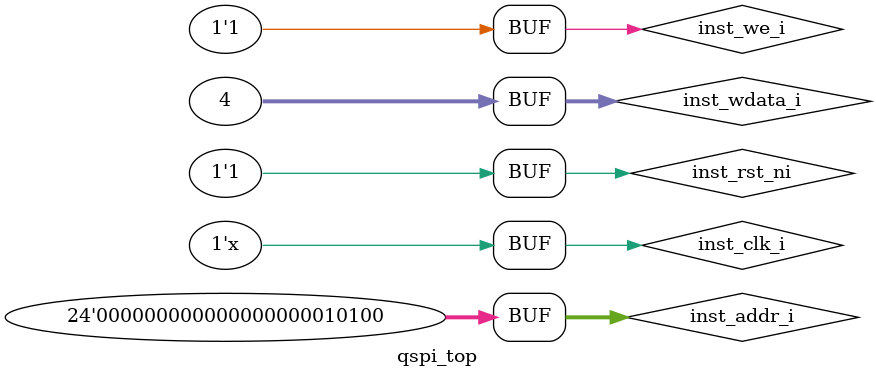
<source format=sv>
module qspi_top();

	logic        inst_clk_i;
	logic        inst_rst_ni;
	logic        inst_we_i;
	logic 	     inst_re_i;
	logic [23:0] inst_addr_i;
	logic [31:0] inst_wdata_i;
	logic [31:0] inst_rdata_o;
	logic        inst_qsclk_o;
	logic        inst_qcsb_o;
	logic [3:0]  inst_qspi_i;
	logic [3:0]  inst_qspi_o;
	logic [3:0]  inst_qspi_oeb;


 qspi_core u_qspi_core(
    .clk_i(inst_clk_i),
    .rst_ni(inst_rst_ni), 
    .we_i(inst_we_i),
    .re_i(inst_re_i),
    .addr_i(inst_addr_i),
    .wdata_i(inst_wdata_i),
    .rdata_o(inst_rdata_o),
    .qsclk_o(inst_qsclk_o),
    .qcsb_o(inst_qcsb_o),
    .qspi_i(inst_qspi_i),
    .qspi_o(inst_qspi_o),
    .qspi_oeb(inst_qspi_oeb)
  );

  initial begin
    inst_clk_i = 0 ; inst_rst_ni = 0;
#10 inst_rst_ni = 1; inst_we_i = 1; inst_addr_i = 0; inst_wdata_i = 32'hF208182;
#10 inst_addr_i = 24'd20; inst_wdata_i = 32'h4;

  end

	always #5 inst_clk_i = ~inst_clk_i;

endmodule
</source>
